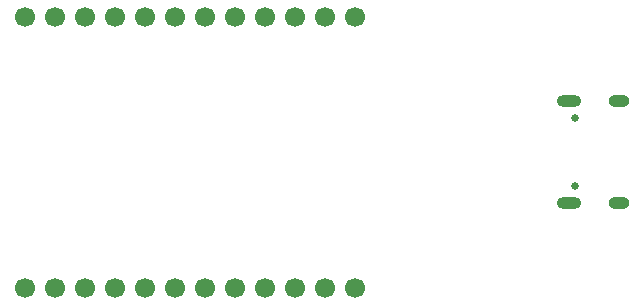
<source format=gbs>
G04 #@! TF.GenerationSoftware,KiCad,Pcbnew,8.0.1-8.0.1-1~ubuntu22.04.1*
G04 #@! TF.CreationDate,2024-08-12T13:14:35+02:00*
G04 #@! TF.ProjectId,NerdNOS,4e657264-4e4f-4532-9e6b-696361645f70,rev?*
G04 #@! TF.SameCoordinates,Original*
G04 #@! TF.FileFunction,Soldermask,Bot*
G04 #@! TF.FilePolarity,Negative*
%FSLAX46Y46*%
G04 Gerber Fmt 4.6, Leading zero omitted, Abs format (unit mm)*
G04 Created by KiCad (PCBNEW 8.0.1-8.0.1-1~ubuntu22.04.1) date 2024-08-12 13:14:35*
%MOMM*%
%LPD*%
G01*
G04 APERTURE LIST*
%ADD10C,0.650000*%
%ADD11O,2.100000X1.000000*%
%ADD12O,1.800000X1.000000*%
%ADD13C,1.700000*%
G04 APERTURE END LIST*
D10*
X135985000Y-69080000D03*
X135985000Y-63300000D03*
D11*
X135485000Y-70510000D03*
D12*
X139665000Y-70510000D03*
D11*
X135485000Y-61870000D03*
D12*
X139665000Y-61870000D03*
D13*
X89440000Y-77690000D03*
X91980000Y-77690000D03*
X94520000Y-77690000D03*
X97060000Y-77690000D03*
X99600000Y-77690000D03*
X102140000Y-77690000D03*
X104680000Y-77690000D03*
X107220000Y-77690000D03*
X109760000Y-77690000D03*
X112300000Y-77690000D03*
X114840000Y-77690000D03*
X117380000Y-77690000D03*
X117380000Y-54770000D03*
X114840000Y-54770000D03*
X112300000Y-54770000D03*
X109760000Y-54770000D03*
X107220000Y-54770000D03*
X104680000Y-54770000D03*
X102140000Y-54770000D03*
X99600000Y-54770000D03*
X97060000Y-54770000D03*
X94520000Y-54770000D03*
X91980000Y-54770000D03*
X89440000Y-54770000D03*
M02*

</source>
